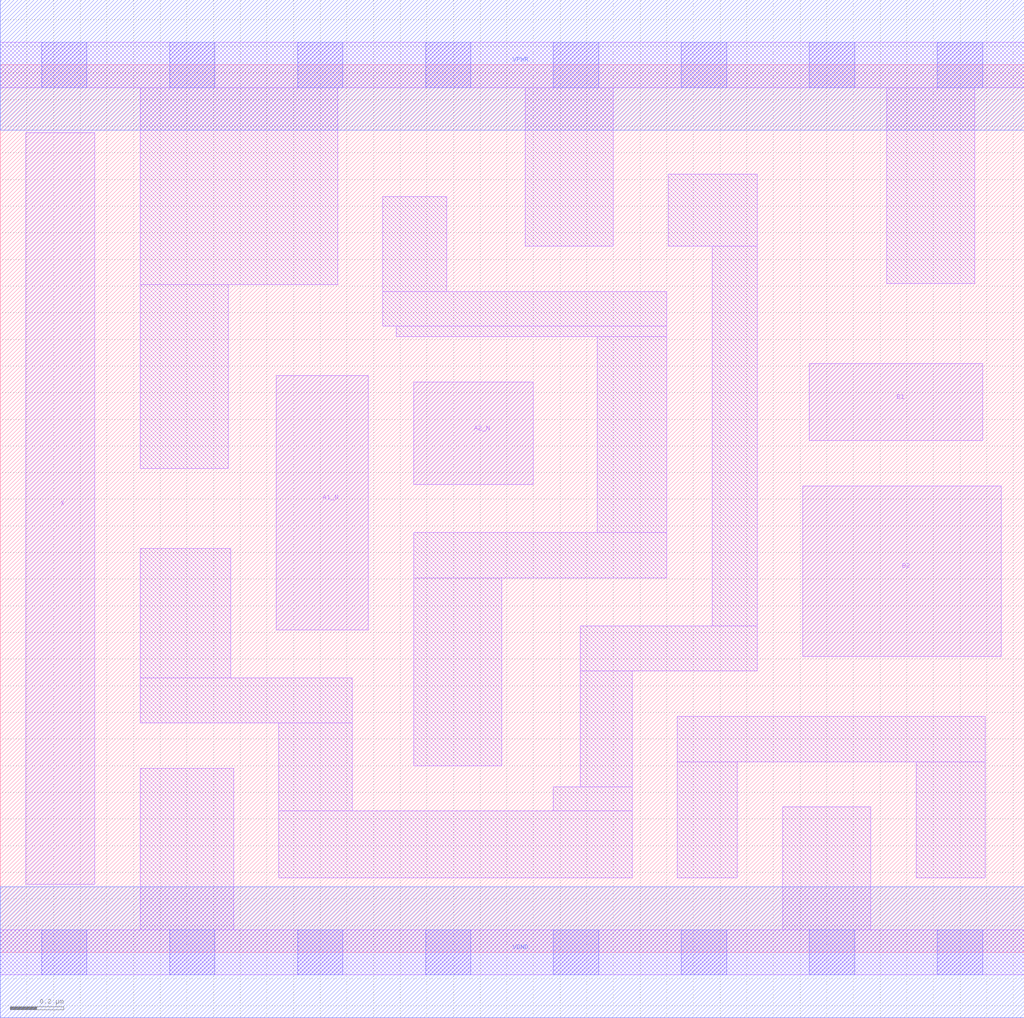
<source format=lef>
# Copyright 2020 The SkyWater PDK Authors
#
# Licensed under the Apache License, Version 2.0 (the "License");
# you may not use this file except in compliance with the License.
# You may obtain a copy of the License at
#
#     https://www.apache.org/licenses/LICENSE-2.0
#
# Unless required by applicable law or agreed to in writing, software
# distributed under the License is distributed on an "AS IS" BASIS,
# WITHOUT WARRANTIES OR CONDITIONS OF ANY KIND, either express or implied.
# See the License for the specific language governing permissions and
# limitations under the License.
#
# SPDX-License-Identifier: Apache-2.0

VERSION 5.7 ;
  NOWIREEXTENSIONATPIN ON ;
  DIVIDERCHAR "/" ;
  BUSBITCHARS "[]" ;
UNITS
  DATABASE MICRONS 200 ;
END UNITS
MACRO sky130_fd_sc_lp__o2bb2a_1
  CLASS CORE ;
  FOREIGN sky130_fd_sc_lp__o2bb2a_1 ;
  ORIGIN  0.000000  0.000000 ;
  SIZE  3.840000 BY  3.330000 ;
  SYMMETRY X Y R90 ;
  SITE unit ;
  PIN A1_N
    ANTENNAGATEAREA  0.126000 ;
    DIRECTION INPUT ;
    USE SIGNAL ;
    PORT
      LAYER li1 ;
        RECT 1.035000 1.210000 1.380000 2.165000 ;
    END
  END A1_N
  PIN A2_N
    ANTENNAGATEAREA  0.126000 ;
    DIRECTION INPUT ;
    USE SIGNAL ;
    PORT
      LAYER li1 ;
        RECT 1.550000 1.755000 2.000000 2.140000 ;
    END
  END A2_N
  PIN B1
    ANTENNAGATEAREA  0.126000 ;
    DIRECTION INPUT ;
    USE SIGNAL ;
    PORT
      LAYER li1 ;
        RECT 3.035000 1.920000 3.685000 2.210000 ;
    END
  END B1
  PIN B2
    ANTENNAGATEAREA  0.126000 ;
    DIRECTION INPUT ;
    USE SIGNAL ;
    PORT
      LAYER li1 ;
        RECT 3.010000 1.110000 3.755000 1.750000 ;
    END
  END B2
  PIN X
    ANTENNADIFFAREA  0.556500 ;
    DIRECTION OUTPUT ;
    USE SIGNAL ;
    PORT
      LAYER li1 ;
        RECT 0.095000 0.255000 0.355000 3.075000 ;
    END
  END X
  PIN VGND
    DIRECTION INOUT ;
    USE GROUND ;
    PORT
      LAYER met1 ;
        RECT 0.000000 -0.245000 3.840000 0.245000 ;
    END
  END VGND
  PIN VPWR
    DIRECTION INOUT ;
    USE POWER ;
    PORT
      LAYER met1 ;
        RECT 0.000000 3.085000 3.840000 3.575000 ;
    END
  END VPWR
  OBS
    LAYER li1 ;
      RECT 0.000000 -0.085000 3.840000 0.085000 ;
      RECT 0.000000  3.245000 3.840000 3.415000 ;
      RECT 0.525000  0.085000 0.875000 0.690000 ;
      RECT 0.525000  0.860000 1.320000 1.030000 ;
      RECT 0.525000  1.030000 0.865000 1.515000 ;
      RECT 0.525000  1.815000 0.855000 2.505000 ;
      RECT 0.525000  2.505000 1.265000 3.245000 ;
      RECT 1.045000  0.280000 2.370000 0.530000 ;
      RECT 1.045000  0.530000 1.320000 0.860000 ;
      RECT 1.435000  2.350000 2.500000 2.480000 ;
      RECT 1.435000  2.480000 1.675000 2.835000 ;
      RECT 1.485000  2.310000 2.500000 2.350000 ;
      RECT 1.550000  0.700000 1.880000 1.405000 ;
      RECT 1.550000  1.405000 2.500000 1.575000 ;
      RECT 1.970000  2.650000 2.300000 3.245000 ;
      RECT 2.075000  0.530000 2.370000 0.620000 ;
      RECT 2.175000  0.620000 2.370000 1.055000 ;
      RECT 2.175000  1.055000 2.840000 1.225000 ;
      RECT 2.240000  1.575000 2.500000 2.310000 ;
      RECT 2.505000  2.650000 2.840000 2.920000 ;
      RECT 2.540000  0.280000 2.765000 0.715000 ;
      RECT 2.540000  0.715000 3.695000 0.885000 ;
      RECT 2.670000  1.225000 2.840000 2.650000 ;
      RECT 2.935000  0.085000 3.265000 0.545000 ;
      RECT 3.325000  2.510000 3.655000 3.245000 ;
      RECT 3.435000  0.280000 3.695000 0.715000 ;
    LAYER mcon ;
      RECT 0.155000 -0.085000 0.325000 0.085000 ;
      RECT 0.155000  3.245000 0.325000 3.415000 ;
      RECT 0.635000 -0.085000 0.805000 0.085000 ;
      RECT 0.635000  3.245000 0.805000 3.415000 ;
      RECT 1.115000 -0.085000 1.285000 0.085000 ;
      RECT 1.115000  3.245000 1.285000 3.415000 ;
      RECT 1.595000 -0.085000 1.765000 0.085000 ;
      RECT 1.595000  3.245000 1.765000 3.415000 ;
      RECT 2.075000 -0.085000 2.245000 0.085000 ;
      RECT 2.075000  3.245000 2.245000 3.415000 ;
      RECT 2.555000 -0.085000 2.725000 0.085000 ;
      RECT 2.555000  3.245000 2.725000 3.415000 ;
      RECT 3.035000 -0.085000 3.205000 0.085000 ;
      RECT 3.035000  3.245000 3.205000 3.415000 ;
      RECT 3.515000 -0.085000 3.685000 0.085000 ;
      RECT 3.515000  3.245000 3.685000 3.415000 ;
  END
END sky130_fd_sc_lp__o2bb2a_1
END LIBRARY

</source>
